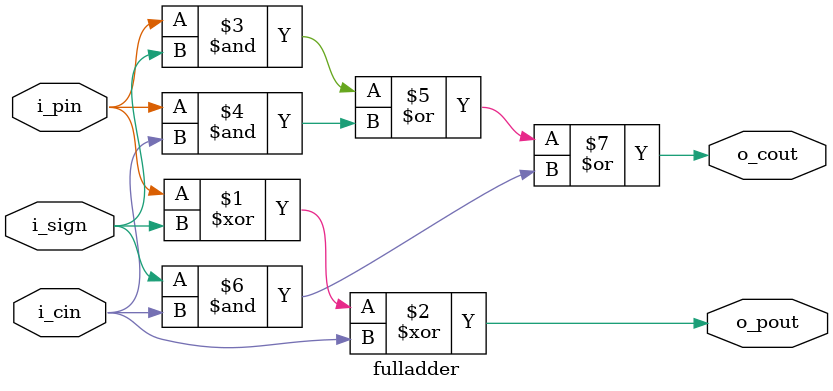
<source format=sv>
module fulladder
(	
	input i_cin,
	input i_pin,
	input i_sign,
	output o_pout,
	output o_cout
);


	assign o_pout = (i_pin ^ i_sign) ^ i_cin;	//sum result
	assign o_cout = (i_pin & i_sign) | (i_pin & i_cin) | (i_sign & i_cin); //carry out result
	
endmodule 	

</source>
